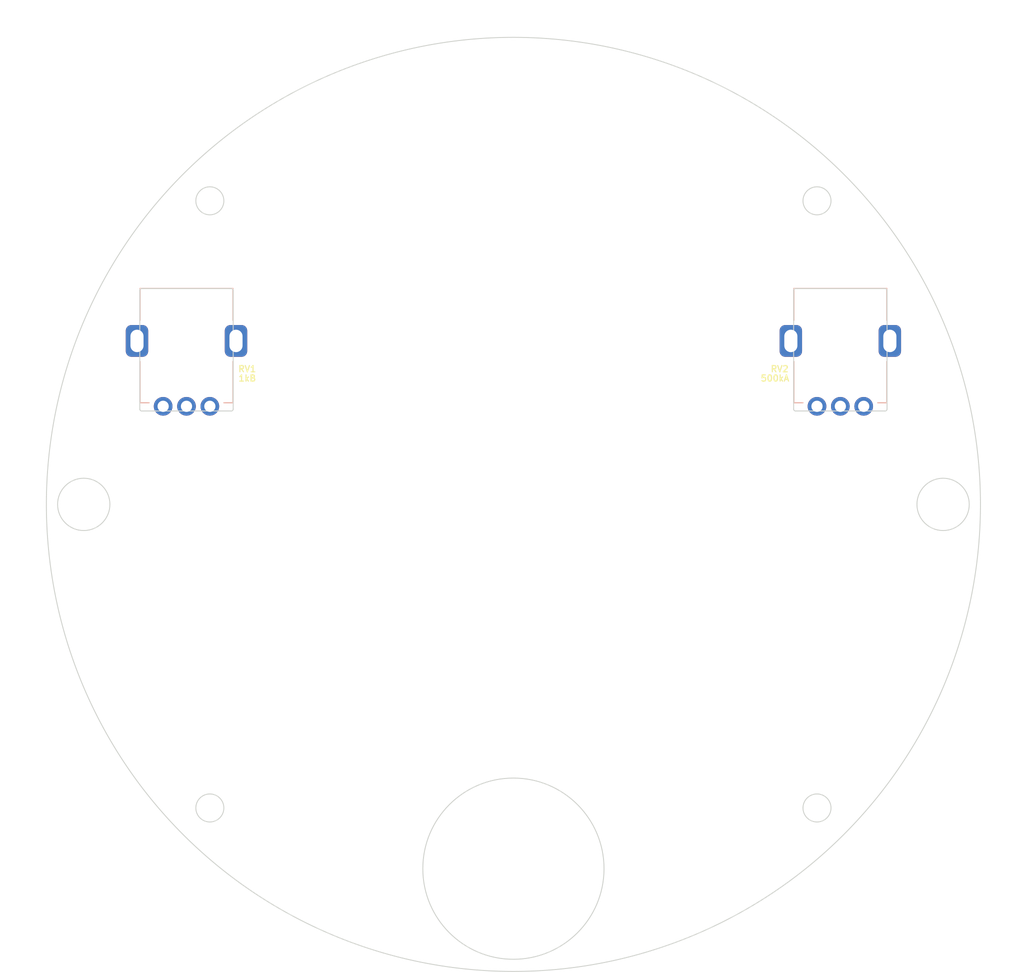
<source format=kicad_pcb>
(kicad_pcb (version 20171130) (host pcbnew "(5.1.6)-1")

  (general
    (thickness 1.6)
    (drawings 97)
    (tracks 0)
    (zones 0)
    (modules 2)
    (nets 6)
  )

  (page A4)
  (layers
    (0 F.Cu signal)
    (31 B.Cu signal)
    (32 B.Adhes user)
    (33 F.Adhes user)
    (34 B.Paste user)
    (35 F.Paste user)
    (36 B.SilkS user)
    (37 F.SilkS user)
    (38 B.Mask user)
    (39 F.Mask user)
    (40 Dwgs.User user)
    (41 Cmts.User user)
    (42 Eco1.User user)
    (43 Eco2.User user)
    (44 Edge.Cuts user)
    (45 Margin user)
    (46 B.CrtYd user)
    (47 F.CrtYd user)
    (48 B.Fab user)
    (49 F.Fab user)
  )

  (setup
    (last_trace_width 0.25)
    (user_trace_width 0.3)
    (user_trace_width 0.4)
    (user_trace_width 0.5)
    (user_trace_width 0.75)
    (user_trace_width 1)
    (user_trace_width 1.5)
    (user_trace_width 2)
    (user_trace_width 0.3)
    (user_trace_width 0.4)
    (user_trace_width 0.5)
    (user_trace_width 0.75)
    (user_trace_width 1)
    (user_trace_width 2)
    (user_trace_width 3)
    (user_trace_width 0.3)
    (user_trace_width 0.4)
    (user_trace_width 0.5)
    (user_trace_width 0.75)
    (user_trace_width 1)
    (user_trace_width 2)
    (user_trace_width 3)
    (user_trace_width 0.3)
    (user_trace_width 0.4)
    (user_trace_width 0.5)
    (user_trace_width 0.75)
    (user_trace_width 1)
    (user_trace_width 2)
    (user_trace_width 3)
    (user_trace_width 0.3)
    (user_trace_width 0.4)
    (user_trace_width 0.5)
    (user_trace_width 0.75)
    (user_trace_width 1)
    (user_trace_width 2)
    (user_trace_width 3)
    (user_trace_width 0.3)
    (user_trace_width 0.4)
    (user_trace_width 0.5)
    (user_trace_width 0.75)
    (user_trace_width 1)
    (user_trace_width 2)
    (user_trace_width 3)
    (user_trace_width 0.3)
    (user_trace_width 0.4)
    (user_trace_width 0.5)
    (user_trace_width 0.75)
    (user_trace_width 1)
    (user_trace_width 2)
    (user_trace_width 3)
    (user_trace_width 0.3)
    (user_trace_width 0.4)
    (user_trace_width 0.5)
    (user_trace_width 0.75)
    (user_trace_width 1)
    (user_trace_width 2)
    (user_trace_width 3)
    (user_trace_width 0.3)
    (user_trace_width 0.4)
    (user_trace_width 0.5)
    (user_trace_width 0.75)
    (user_trace_width 1)
    (user_trace_width 2)
    (user_trace_width 3)
    (user_trace_width 0.3)
    (user_trace_width 0.4)
    (user_trace_width 0.5)
    (user_trace_width 0.75)
    (user_trace_width 1)
    (user_trace_width 2)
    (user_trace_width 3)
    (user_trace_width 0.3)
    (user_trace_width 0.4)
    (user_trace_width 0.5)
    (user_trace_width 0.75)
    (user_trace_width 1)
    (user_trace_width 2)
    (user_trace_width 3)
    (user_trace_width 0.3)
    (user_trace_width 0.4)
    (user_trace_width 0.5)
    (user_trace_width 0.75)
    (user_trace_width 1)
    (user_trace_width 2)
    (user_trace_width 3)
    (user_trace_width 0.3)
    (user_trace_width 0.4)
    (user_trace_width 0.5)
    (user_trace_width 0.75)
    (user_trace_width 1)
    (user_trace_width 2)
    (user_trace_width 3)
    (user_trace_width 0.3)
    (user_trace_width 0.4)
    (user_trace_width 0.5)
    (user_trace_width 0.75)
    (user_trace_width 1)
    (user_trace_width 2)
    (user_trace_width 3)
    (user_trace_width 0.3)
    (user_trace_width 0.4)
    (user_trace_width 0.5)
    (user_trace_width 0.75)
    (user_trace_width 1)
    (user_trace_width 2)
    (user_trace_width 3)
    (user_trace_width 0.3)
    (user_trace_width 0.4)
    (user_trace_width 0.5)
    (user_trace_width 0.75)
    (user_trace_width 1)
    (user_trace_width 2)
    (user_trace_width 3)
    (user_trace_width 0.3)
    (user_trace_width 0.4)
    (user_trace_width 0.5)
    (user_trace_width 0.75)
    (user_trace_width 1)
    (user_trace_width 2)
    (user_trace_width 3)
    (user_trace_width 0.3)
    (user_trace_width 0.4)
    (user_trace_width 0.5)
    (user_trace_width 0.75)
    (user_trace_width 1)
    (user_trace_width 2)
    (user_trace_width 3)
    (user_trace_width 0.3)
    (user_trace_width 0.4)
    (user_trace_width 0.5)
    (user_trace_width 0.75)
    (user_trace_width 1)
    (user_trace_width 2)
    (user_trace_width 3)
    (user_trace_width 0.3)
    (user_trace_width 0.4)
    (user_trace_width 0.5)
    (user_trace_width 0.75)
    (user_trace_width 1)
    (user_trace_width 2)
    (user_trace_width 3)
    (user_trace_width 0.3)
    (user_trace_width 0.4)
    (user_trace_width 0.5)
    (user_trace_width 0.75)
    (user_trace_width 1)
    (user_trace_width 2)
    (user_trace_width 3)
    (user_trace_width 0.3)
    (user_trace_width 0.4)
    (user_trace_width 0.5)
    (user_trace_width 0.75)
    (user_trace_width 1)
    (user_trace_width 2)
    (user_trace_width 3)
    (user_trace_width 0.3)
    (user_trace_width 0.4)
    (user_trace_width 0.5)
    (user_trace_width 0.75)
    (user_trace_width 1)
    (user_trace_width 2)
    (user_trace_width 3)
    (trace_clearance 0.2)
    (zone_clearance 0.5)
    (zone_45_only yes)
    (trace_min 0.16)
    (via_size 0.8)
    (via_drill 0.4)
    (via_min_size 0.4)
    (via_min_drill 0.3)
    (user_via 0.65 0.3)
    (user_via 0.65 0.3)
    (user_via 0.65 0.3)
    (user_via 0.65 0.3)
    (user_via 0.65 0.3)
    (user_via 0.65 0.3)
    (user_via 0.65 0.3)
    (user_via 0.65 0.3)
    (user_via 0.65 0.3)
    (user_via 0.65 0.3)
    (user_via 0.65 0.3)
    (user_via 0.65 0.3)
    (user_via 0.65 0.3)
    (user_via 0.65 0.3)
    (user_via 0.65 0.3)
    (user_via 0.65 0.3)
    (user_via 0.65 0.3)
    (user_via 0.65 0.3)
    (user_via 0.65 0.3)
    (user_via 0.65 0.3)
    (user_via 0.65 0.3)
    (user_via 0.65 0.3)
    (uvia_size 0.3)
    (uvia_drill 0.1)
    (uvias_allowed no)
    (uvia_min_size 0.2)
    (uvia_min_drill 0.1)
    (edge_width 0.1)
    (segment_width 0.2)
    (pcb_text_width 0.3)
    (pcb_text_size 1.5 1.5)
    (mod_edge_width 0.15)
    (mod_text_size 1 1)
    (mod_text_width 0.15)
    (pad_size 5.5 5.5)
    (pad_drill 3.2)
    (pad_to_mask_clearance 0.05)
    (aux_axis_origin 100 50)
    (grid_origin 100 50)
    (visible_elements 7FFFFFFF)
    (pcbplotparams
      (layerselection 0x01000_7ffffffe)
      (usegerberextensions false)
      (usegerberattributes false)
      (usegerberadvancedattributes false)
      (creategerberjobfile false)
      (excludeedgelayer true)
      (linewidth 0.100000)
      (plotframeref false)
      (viasonmask false)
      (mode 1)
      (useauxorigin true)
      (hpglpennumber 1)
      (hpglpenspeed 20)
      (hpglpendiameter 15.000000)
      (psnegative false)
      (psa4output false)
      (plotreference true)
      (plotvalue true)
      (plotinvisibletext false)
      (padsonsilk false)
      (subtractmaskfromsilk true)
      (outputformat 3)
      (mirror false)
      (drillshape 0)
      (scaleselection 1)
      (outputdirectory "5_6_frame_Acryl3mm/"))
  )

  (net 0 "")
  (net 1 "Net-(C2-Pad1)")
  (net 2 "Net-(C3-Pad1)")
  (net 3 GND)
  (net 4 "Net-(Q2-Pad2)")
  (net 5 "Net-(RV2-Pad2)")

  (net_class Default "これはデフォルトのネット クラスです。"
    (clearance 0.2)
    (trace_width 0.25)
    (via_dia 0.8)
    (via_drill 0.4)
    (uvia_dia 0.3)
    (uvia_drill 0.1)
    (add_net GND)
    (add_net "Net-(C2-Pad1)")
    (add_net "Net-(C3-Pad1)")
    (add_net "Net-(Q2-Pad2)")
    (add_net "Net-(RV2-Pad2)")
  )

  (module myFoot:my_Pot_PTV09A-4 locked (layer B.Cu) (tedit 5ED1A71B) (tstamp 5F0E0BB6)
    (at 115 82.5 90)
    (descr "Potentiometer, vertical, Bourns PTV09A-1 Single, http://www.bourns.com/docs/Product-Datasheets/ptv09.pdf")
    (tags "Potentiometer vertical Bourns PTV09A-1 Single")
    (path /5F10E8EB)
    (fp_text reference RV1 (at -3 6.5 -180) (layer F.SilkS)
      (effects (font (size 0.67 0.67) (thickness 0.127)))
    )
    (fp_text value 1kB (at -4 6.5) (layer F.SilkS)
      (effects (font (size 0.67 0.67) (thickness 0.127)))
    )
    (fp_line (start 0 3) (end 0 5.2) (layer Dwgs.User) (width 0.12))
    (fp_line (start 0 0) (end -3 0) (layer B.Fab) (width 0.12))
    (fp_line (start 0 0) (end 0 -3) (layer B.Fab) (width 0.12))
    (fp_line (start 0 0) (end 3 0) (layer B.Fab) (width 0.12))
    (fp_line (start 0 0) (end 0 3) (layer B.Fab) (width 0.12))
    (fp_line (start 5.75 6.65) (end -8.65 6.65) (layer B.CrtYd) (width 0.05))
    (fp_line (start 5.75 -6.65) (end 5.75 6.65) (layer B.CrtYd) (width 0.05))
    (fp_line (start -8.65 -6.65) (end 5.75 -6.65) (layer B.CrtYd) (width 0.05))
    (fp_line (start -8.65 6.65) (end -8.65 -6.65) (layer B.CrtYd) (width 0.05))
    (fp_line (start 5.62 4.97) (end 5.62 -4.97) (layer B.SilkS) (width 0.12))
    (fp_line (start -6.62 -4) (end -6.62 -4.97) (layer B.SilkS) (width 0.12))
    (fp_line (start -6.62 4.97) (end -6.62 4) (layer B.SilkS) (width 0.12))
    (fp_line (start 2.2 -4.97) (end 5.62 -4.97) (layer B.SilkS) (width 0.12))
    (fp_line (start -6.62 -4.97) (end -2.2 -4.97) (layer B.SilkS) (width 0.12))
    (fp_line (start 2.2 4.97) (end 5.62 4.97) (layer B.SilkS) (width 0.12))
    (fp_line (start -6.62 4.97) (end -2.2 4.97) (layer B.SilkS) (width 0.12))
    (fp_line (start 5.5 4.85) (end -6.5 4.85) (layer B.Fab) (width 0.1))
    (fp_line (start 5.5 -4.85) (end 5.5 4.85) (layer B.Fab) (width 0.1))
    (fp_line (start -6.5 -4.85) (end 5.5 -4.85) (layer B.Fab) (width 0.1))
    (fp_line (start -6.5 4.85) (end -6.5 -4.85) (layer B.Fab) (width 0.1))
    (fp_circle (center 0 0) (end 3 0) (layer B.Fab) (width 0.1))
    (pad "" thru_hole roundrect (at 0 5.3 90) (size 3.4 2.4) (drill oval 2.4 1.4) (layers *.Cu *.Mask) (roundrect_rratio 0.25))
    (pad "" thru_hole roundrect (at 0 -5.3 90) (size 3.4 2.4) (drill oval 2.4 1.4) (layers *.Cu *.Mask) (roundrect_rratio 0.25))
    (pad 3 thru_hole circle (at -7 -2.5 90) (size 2 2) (drill 1.2) (layers *.Cu *.Mask)
      (net 4 "Net-(Q2-Pad2)"))
    (pad 2 thru_hole circle (at -7 0 90) (size 2 2) (drill 1.2) (layers *.Cu *.Mask)
      (net 2 "Net-(C3-Pad1)"))
    (pad 1 thru_hole circle (at -7 2.5 90) (size 2 2) (drill 1.2) (layers *.Cu *.Mask)
      (net 3 GND))
    (model ${KISYS3DMOD}/Potentiometer_THT.3dshapes/Potentiometer_Bourns_PTV09A-1_Single_Vertical.wrl
      (at (xyz 0 0 0))
      (scale (xyz 1 1 1))
      (rotate (xyz 0 0 0))
    )
  )

  (module myFoot:my_Pot_PTV09A-4 locked (layer B.Cu) (tedit 5ED1A71B) (tstamp 5F0E0BD4)
    (at 185 82.5 90)
    (descr "Potentiometer, vertical, Bourns PTV09A-1 Single, http://www.bourns.com/docs/Product-Datasheets/ptv09.pdf")
    (tags "Potentiometer vertical Bourns PTV09A-1 Single")
    (path /5EC4C366)
    (fp_text reference RV2 (at -3 -6.5) (layer F.SilkS)
      (effects (font (size 0.67 0.67) (thickness 0.127)))
    )
    (fp_text value 500kA (at -4 -7) (layer F.SilkS)
      (effects (font (size 0.67 0.67) (thickness 0.127)))
    )
    (fp_line (start 0 3) (end 0 5.2) (layer Dwgs.User) (width 0.12))
    (fp_line (start 0 0) (end -3 0) (layer B.Fab) (width 0.12))
    (fp_line (start 0 0) (end 0 -3) (layer B.Fab) (width 0.12))
    (fp_line (start 0 0) (end 3 0) (layer B.Fab) (width 0.12))
    (fp_line (start 0 0) (end 0 3) (layer B.Fab) (width 0.12))
    (fp_line (start 5.75 6.65) (end -8.65 6.65) (layer B.CrtYd) (width 0.05))
    (fp_line (start 5.75 -6.65) (end 5.75 6.65) (layer B.CrtYd) (width 0.05))
    (fp_line (start -8.65 -6.65) (end 5.75 -6.65) (layer B.CrtYd) (width 0.05))
    (fp_line (start -8.65 6.65) (end -8.65 -6.65) (layer B.CrtYd) (width 0.05))
    (fp_line (start 5.62 4.97) (end 5.62 -4.97) (layer B.SilkS) (width 0.12))
    (fp_line (start -6.62 -4) (end -6.62 -4.97) (layer B.SilkS) (width 0.12))
    (fp_line (start -6.62 4.97) (end -6.62 4) (layer B.SilkS) (width 0.12))
    (fp_line (start 2.2 -4.97) (end 5.62 -4.97) (layer B.SilkS) (width 0.12))
    (fp_line (start -6.62 -4.97) (end -2.2 -4.97) (layer B.SilkS) (width 0.12))
    (fp_line (start 2.2 4.97) (end 5.62 4.97) (layer B.SilkS) (width 0.12))
    (fp_line (start -6.62 4.97) (end -2.2 4.97) (layer B.SilkS) (width 0.12))
    (fp_line (start 5.5 4.85) (end -6.5 4.85) (layer B.Fab) (width 0.1))
    (fp_line (start 5.5 -4.85) (end 5.5 4.85) (layer B.Fab) (width 0.1))
    (fp_line (start -6.5 -4.85) (end 5.5 -4.85) (layer B.Fab) (width 0.1))
    (fp_line (start -6.5 4.85) (end -6.5 -4.85) (layer B.Fab) (width 0.1))
    (fp_circle (center 0 0) (end 3 0) (layer B.Fab) (width 0.1))
    (pad "" thru_hole roundrect (at 0 5.3 90) (size 3.4 2.4) (drill oval 2.4 1.4) (layers *.Cu *.Mask) (roundrect_rratio 0.25))
    (pad "" thru_hole roundrect (at 0 -5.3 90) (size 3.4 2.4) (drill oval 2.4 1.4) (layers *.Cu *.Mask) (roundrect_rratio 0.25))
    (pad 3 thru_hole circle (at -7 -2.5 90) (size 2 2) (drill 1.2) (layers *.Cu *.Mask)
      (net 1 "Net-(C2-Pad1)"))
    (pad 2 thru_hole circle (at -7 0 90) (size 2 2) (drill 1.2) (layers *.Cu *.Mask)
      (net 5 "Net-(RV2-Pad2)"))
    (pad 1 thru_hole circle (at -7 2.5 90) (size 2 2) (drill 1.2) (layers *.Cu *.Mask)
      (net 3 GND))
    (model ${KISYS3DMOD}/Potentiometer_THT.3dshapes/Potentiometer_Bourns_PTV09A-1_Single_Vertical.wrl
      (at (xyz 0 0 0))
      (scale (xyz 1 1 1))
      (rotate (xyz 0 0 0))
    )
  )

  (dimension 100 (width 0.15) (layer Cmts.User)
    (gr_text "100.000 mm" (at 203.3 100 270) (layer Cmts.User)
      (effects (font (size 1 1) (thickness 0.15)))
    )
    (feature1 (pts (xy 100 150) (xy 202.586421 150)))
    (feature2 (pts (xy 100 50) (xy 202.586421 50)))
    (crossbar (pts (xy 202 50) (xy 202 150)))
    (arrow1a (pts (xy 202 150) (xy 201.413579 148.873496)))
    (arrow1b (pts (xy 202 150) (xy 202.586421 148.873496)))
    (arrow2a (pts (xy 202 50) (xy 201.413579 51.126504)))
    (arrow2b (pts (xy 202 50) (xy 202.586421 51.126504)))
  )
  (dimension 100 (width 0.15) (layer Cmts.User)
    (gr_text "100.000 mm" (at 150 46.7) (layer Cmts.User)
      (effects (font (size 1 1) (thickness 0.15)))
    )
    (feature1 (pts (xy 200 150) (xy 200 47.413579)))
    (feature2 (pts (xy 100 150) (xy 100 47.413579)))
    (crossbar (pts (xy 100 48) (xy 200 48)))
    (arrow1a (pts (xy 200 48) (xy 198.873496 48.586421)))
    (arrow1b (pts (xy 200 48) (xy 198.873496 47.413579)))
    (arrow2a (pts (xy 100 48) (xy 101.126504 48.586421)))
    (arrow2b (pts (xy 100 48) (xy 101.126504 47.413579)))
  )
  (gr_arc (start 189.8 77.1) (end 190 77.1) (angle -90) (layer Edge.Cuts) (width 0.1) (tstamp 5F409B1A))
  (gr_arc (start 189.8 89.8) (end 189.8 90) (angle -90) (layer Edge.Cuts) (width 0.1) (tstamp 5F409B19))
  (gr_line (start 180.2 76.9) (end 189.8 76.9) (layer Edge.Cuts) (width 0.1) (tstamp 5F409B18))
  (gr_arc (start 180.2 89.8) (end 180 89.8) (angle -90) (layer Edge.Cuts) (width 0.1) (tstamp 5F409B17))
  (gr_arc (start 180.2 77.1) (end 180.2 76.9) (angle -90) (layer Edge.Cuts) (width 0.1) (tstamp 5F409B16))
  (gr_line (start 180 89.8) (end 180 77.1) (layer Edge.Cuts) (width 0.1) (tstamp 5F409B15))
  (gr_line (start 189.8 90) (end 180.2 90) (layer Edge.Cuts) (width 0.1) (tstamp 5F409B14))
  (gr_line (start 190 77.1) (end 190 89.8) (layer Edge.Cuts) (width 0.1) (tstamp 5F409B13))
  (gr_arc (start 119.8 77.1) (end 120 77.1) (angle -90) (layer Edge.Cuts) (width 0.1))
  (gr_arc (start 119.8 89.8) (end 119.8 90) (angle -90) (layer Edge.Cuts) (width 0.1))
  (gr_arc (start 110.2 89.8) (end 110 89.8) (angle -90) (layer Edge.Cuts) (width 0.1))
  (gr_arc (start 110.2 77.1) (end 110.2 76.9) (angle -90) (layer Edge.Cuts) (width 0.1))
  (gr_line (start 110 89.8) (end 110 77.1) (layer Edge.Cuts) (width 0.1) (tstamp 5F409B00))
  (gr_line (start 119.8 90) (end 110.2 90) (layer Edge.Cuts) (width 0.1))
  (gr_line (start 120 77.1) (end 120 89.8) (layer Edge.Cuts) (width 0.1))
  (gr_line (start 110.2 76.9) (end 119.8 76.9) (layer Edge.Cuts) (width 0.1))
  (gr_arc (start 150 100) (end 136.000001 148) (angle -32.52040942) (layer Edge.Cuts) (width 0.1))
  (gr_circle (center 150 139) (end 140.3 139) (layer Edge.Cuts) (width 0.1))
  (gr_arc (start 150 100) (end 164 148) (angle -327.4795906) (layer Edge.Cuts) (width 0.1))
  (gr_circle (center 150 139) (end 139 138.9) (layer Dwgs.User) (width 0.15))
  (gr_line (start 137 145) (end 137 139) (layer Dwgs.User) (width 0.15) (tstamp 5F159A95))
  (gr_line (start 144 139) (end 144 133) (layer Dwgs.User) (width 0.15))
  (gr_line (start 156 133) (end 156 145) (layer Dwgs.User) (width 0.15))
  (gr_line (start 163 133) (end 163 145) (layer Dwgs.User) (width 0.15))
  (gr_line (start 137 139) (end 137 133) (layer Dwgs.User) (width 0.15))
  (gr_line (start 163 145) (end 137 145) (layer Dwgs.User) (width 0.15))
  (gr_line (start 136.49465 145.017833) (end 136.5 130.5) (layer Dwgs.User) (width 0.15))
  (gr_line (start 137 133) (end 163 133) (layer Dwgs.User) (width 0.15))
  (gr_line (start 144 145) (end 143.979203 139) (layer Dwgs.User) (width 0.15) (tstamp 5F3E40FB))
  (gr_line (start 163.505351 145.017835) (end 163.5 130.5) (layer Dwgs.User) (width 0.15))
  (dimension 26 (width 0.15) (layer Dwgs.User)
    (gr_text "26.000 mm" (at 150 130.7) (layer Dwgs.User)
      (effects (font (size 1 1) (thickness 0.15)))
    )
    (feature1 (pts (xy 163 133) (xy 163 131.413579)))
    (feature2 (pts (xy 137 133) (xy 137 131.413579)))
    (crossbar (pts (xy 137 132) (xy 163 132)))
    (arrow1a (pts (xy 163 132) (xy 161.873496 132.586421)))
    (arrow1b (pts (xy 163 132) (xy 161.873496 131.413579)))
    (arrow2a (pts (xy 137 132) (xy 138.126504 132.586421)))
    (arrow2b (pts (xy 137 132) (xy 138.126504 131.413579)))
  )
  (gr_circle (center 150 139) (end 149.5 145) (layer Dwgs.User) (width 0.15))
  (gr_circle (center 196 100) (end 198.8 100) (layer Edge.Cuts) (width 0.1))
  (gr_circle (center 104 100) (end 101.2 100) (layer Edge.Cuts) (width 0.1))
  (gr_circle (center 117.5 132.5) (end 116 132.5) (layer Edge.Cuts) (width 0.1))
  (gr_circle (center 182.5 132.5) (end 181 132.5) (layer Edge.Cuts) (width 0.1))
  (gr_circle (center 182.5 67.5) (end 181 67.5) (layer Edge.Cuts) (width 0.1))
  (gr_circle (center 117.5 67.5) (end 116 67.5) (layer Edge.Cuts) (width 0.1))
  (gr_arc (start 150 100) (end 136.49465 145.017833) (angle -16.69924517) (layer Dwgs.User) (width 0.15))
  (gr_arc (start 150 100) (end 163.50535 145.017834) (angle -326.6015109) (layer Dwgs.User) (width 0.15))
  (gr_arc (start 150 100) (end 150 147) (angle -16.69924423) (layer Dwgs.User) (width 0.15))
  (dimension 12 (width 0.15) (layer Dwgs.User)
    (gr_text "12.000 mm" (at 134.2 139 270) (layer Dwgs.User)
      (effects (font (size 1 1) (thickness 0.15)))
    )
    (feature1 (pts (xy 137 145) (xy 134.913579 145)))
    (feature2 (pts (xy 137 133) (xy 134.913579 133)))
    (crossbar (pts (xy 135.5 133) (xy 135.5 145)))
    (arrow1a (pts (xy 135.5 145) (xy 134.913579 143.873496)))
    (arrow1b (pts (xy 135.5 145) (xy 136.086421 143.873496)))
    (arrow2a (pts (xy 135.5 133) (xy 134.913579 134.126504)))
    (arrow2b (pts (xy 135.5 133) (xy 136.086421 134.126504)))
  )
  (gr_line (start 187 101.5) (end 192 106.5) (layer Dwgs.User) (width 0.15))
  (gr_line (start 192 93.5) (end 187 98.5) (layer Dwgs.User) (width 0.15))
  (gr_line (start 113 101.5) (end 108 106.5) (layer Dwgs.User) (width 0.15))
  (gr_line (start 113 98.5) (end 108 93.5) (layer Dwgs.User) (width 0.15))
  (gr_line (start 150 55.8) (end 176.7 61.7) (layer Dwgs.User) (width 0.15) (tstamp 5F3E73D4))
  (gr_line (start 123.3 61.7) (end 150 55.8) (layer Dwgs.User) (width 0.15))
  (gr_line (start 122.6 58.7) (end 121.326884 59.038405) (layer Dwgs.User) (width 0.15) (tstamp 5F3E737E))
  (gr_line (start 177.4 58.7) (end 178.684525 59.046394) (layer Dwgs.User) (width 0.15) (tstamp 5F3E7372))
  (gr_arc (start 150 100) (end 178.684525 59.046394) (angle -35.00798005) (layer Dwgs.User) (width 0.15))
  (gr_arc (start 150 100) (end 121.326884 59.038405) (angle -290) (layer Dwgs.User) (width 0.15))
  (gr_arc (start 150 100) (end 150 50) (angle -34.9920202) (layer Dwgs.User) (width 0.15))
  (gr_line (start 176.7 61.7) (end 177.4 58.7) (layer Dwgs.User) (width 0.15))
  (gr_line (start 176.7 61.7) (end 179 63) (layer Dwgs.User) (width 0.15) (tstamp 5F3E7275))
  (gr_line (start 123.3 61.7) (end 122.6 58.7) (layer Dwgs.User) (width 0.15))
  (gr_line (start 121 63) (end 123.3 61.7) (layer Dwgs.User) (width 0.15))
  (gr_line (start 179 79) (end 179 63) (layer Dwgs.User) (width 0.15))
  (gr_line (start 192 79) (end 179 79) (layer Dwgs.User) (width 0.15))
  (gr_line (start 121 79) (end 121 63) (layer Dwgs.User) (width 0.15))
  (gr_line (start 108 79) (end 121 79) (layer Dwgs.User) (width 0.15))
  (gr_line (start 188 127.5) (end 192 121) (layer Dwgs.User) (width 0.15) (tstamp 5F3E3CBA))
  (gr_line (start 186 127.5) (end 188 127.5) (layer Dwgs.User) (width 0.15))
  (gr_line (start 112 127.5) (end 108 121) (layer Dwgs.User) (width 0.15) (tstamp 5F3E3C5C))
  (gr_line (start 114.5 127.5) (end 112 127.5) (layer Dwgs.User) (width 0.15))
  (gr_line (start 180.5 127.5) (end 186 127.5) (layer Dwgs.User) (width 0.15))
  (gr_line (start 177.5 130.5) (end 180.5 127.5) (layer Dwgs.User) (width 0.15))
  (gr_line (start 120 127.5) (end 119.5 127.5) (layer Dwgs.User) (width 0.15) (tstamp 5F3E3B7B))
  (gr_line (start 122.5 130.5) (end 120 127.5) (layer Dwgs.User) (width 0.15))
  (gr_line (start 114.5 127.5) (end 119.5 127.5) (layer Dwgs.User) (width 0.15))
  (gr_circle (center 181 116) (end 184.5 116) (layer Dwgs.User) (width 0.15) (tstamp 5F3E3782))
  (gr_circle (center 119 116) (end 122.5 116) (layer Dwgs.User) (width 0.15))
  (gr_circle (center 117.5 105.5) (end 114 105.5) (layer Dwgs.User) (width 0.15))
  (gr_circle (center 182.5 105.5) (end 179 105.5) (layer Dwgs.User) (width 0.15))
  (gr_line (start 192 93.5) (end 192 79) (layer Dwgs.User) (width 0.15))
  (gr_line (start 108 106.5) (end 108 121) (layer Dwgs.User) (width 0.15))
  (gr_line (start 122 101.5) (end 113 101.5) (layer Dwgs.User) (width 0.15))
  (gr_line (start 108 93.5) (end 108 79) (layer Dwgs.User) (width 0.15))
  (gr_line (start 187 98.5) (end 113 98.5) (layer Dwgs.User) (width 0.15))
  (gr_line (start 192 106.5) (end 192 121) (layer Dwgs.User) (width 0.15))
  (gr_line (start 178 101.5) (end 187 101.5) (layer Dwgs.User) (width 0.15))
  (gr_line (start 150 100) (end 185.5 135.5) (layer Dwgs.User) (width 0.15))
  (gr_line (start 150 100) (end 114.5 135.5) (layer Dwgs.User) (width 0.15))
  (gr_line (start 150 100) (end 185.5 64.5) (layer Dwgs.User) (width 0.15))
  (gr_line (start 150 100) (end 114.5 64.5) (layer Dwgs.User) (width 0.15))
  (gr_circle (center 185 82.5) (end 194 82.5) (layer Dwgs.User) (width 0.15))
  (gr_circle (center 115 82.5) (end 124 82.5) (layer Dwgs.User) (width 0.15))
  (gr_line (start 122.5 101.5) (end 122.5 130.5) (layer Dwgs.User) (width 0.15) (tstamp 5F0F0053))
  (gr_line (start 177.5 130.5) (end 177.5 101.5) (layer Dwgs.User) (width 0.15) (tstamp 5F0F0052))
  (gr_line (start 177.5 130.5) (end 122.5 130.5) (layer Dwgs.User) (width 0.15) (tstamp 5F0F0050))
  (gr_line (start 122 101.5) (end 178 101.5) (layer Dwgs.User) (width 0.15) (tstamp 5F0F004F))
  (gr_line (start 150 50) (end 150 150) (layer Dwgs.User) (width 0.15) (tstamp 5F0E176A))
  (gr_line (start 100 100) (end 200 100) (layer Dwgs.User) (width 0.15) (tstamp 5F0E1769))
  (dimension 100 (width 0.15) (layer Dwgs.User)
    (gr_text "100.000 mm" (at 150 48.7) (layer Dwgs.User)
      (effects (font (size 1 1) (thickness 0.15)))
    )
    (feature1 (pts (xy 200 100) (xy 200 49.413579)))
    (feature2 (pts (xy 100 100) (xy 100 49.413579)))
    (crossbar (pts (xy 100 50) (xy 200 50)))
    (arrow1a (pts (xy 200 50) (xy 198.873496 50.586421)))
    (arrow1b (pts (xy 200 50) (xy 198.873496 49.413579)))
    (arrow2a (pts (xy 100 50) (xy 101.126504 50.586421)))
    (arrow2b (pts (xy 100 50) (xy 101.126504 49.413579)))
  )
  (dimension 100 (width 0.15) (layer Dwgs.User)
    (gr_text "100.000 mm" (at 98.7 100 90) (layer Dwgs.User)
      (effects (font (size 1 1) (thickness 0.15)))
    )
    (feature1 (pts (xy 150 50) (xy 99.413579 50)))
    (feature2 (pts (xy 150 150) (xy 99.413579 150)))
    (crossbar (pts (xy 100 150) (xy 100 50)))
    (arrow1a (pts (xy 100 50) (xy 100.586421 51.126504)))
    (arrow1b (pts (xy 100 50) (xy 99.413579 51.126504)))
    (arrow2a (pts (xy 100 150) (xy 100.586421 148.873496)))
    (arrow2b (pts (xy 100 150) (xy 99.413579 148.873496)))
  )

)

</source>
